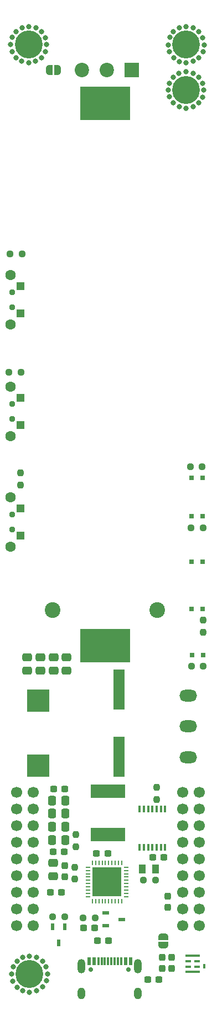
<source format=gts>
%TF.GenerationSoftware,KiCad,Pcbnew,7.0.8*%
%TF.CreationDate,2023-11-02T15:01:12+01:00*%
%TF.ProjectId,led-tube,6c65642d-7475-4626-952e-6b696361645f,rev?*%
%TF.SameCoordinates,Original*%
%TF.FileFunction,Soldermask,Top*%
%TF.FilePolarity,Negative*%
%FSLAX46Y46*%
G04 Gerber Fmt 4.6, Leading zero omitted, Abs format (unit mm)*
G04 Created by KiCad (PCBNEW 7.0.8) date 2023-11-02 15:01:12*
%MOMM*%
%LPD*%
G01*
G04 APERTURE LIST*
G04 Aperture macros list*
%AMRoundRect*
0 Rectangle with rounded corners*
0 $1 Rounding radius*
0 $2 $3 $4 $5 $6 $7 $8 $9 X,Y pos of 4 corners*
0 Add a 4 corners polygon primitive as box body*
4,1,4,$2,$3,$4,$5,$6,$7,$8,$9,$2,$3,0*
0 Add four circle primitives for the rounded corners*
1,1,$1+$1,$2,$3*
1,1,$1+$1,$4,$5*
1,1,$1+$1,$6,$7*
1,1,$1+$1,$8,$9*
0 Add four rect primitives between the rounded corners*
20,1,$1+$1,$2,$3,$4,$5,0*
20,1,$1+$1,$4,$5,$6,$7,0*
20,1,$1+$1,$6,$7,$8,$9,0*
20,1,$1+$1,$8,$9,$2,$3,0*%
%AMFreePoly0*
4,1,19,0.500000,-0.750000,0.000000,-0.750000,0.000000,-0.744911,-0.071157,-0.744911,-0.207708,-0.704816,-0.327430,-0.627875,-0.420627,-0.520320,-0.479746,-0.390866,-0.500000,-0.250000,-0.500000,0.250000,-0.479746,0.390866,-0.420627,0.520320,-0.327430,0.627875,-0.207708,0.704816,-0.071157,0.744911,0.000000,0.744911,0.000000,0.750000,0.500000,0.750000,0.500000,-0.750000,0.500000,-0.750000,
$1*%
%AMFreePoly1*
4,1,19,0.000000,0.744911,0.071157,0.744911,0.207708,0.704816,0.327430,0.627875,0.420627,0.520320,0.479746,0.390866,0.500000,0.250000,0.500000,-0.250000,0.479746,-0.390866,0.420627,-0.520320,0.327430,-0.627875,0.207708,-0.704816,0.071157,-0.744911,0.000000,-0.744911,0.000000,-0.750000,-0.500000,-0.750000,-0.500000,0.750000,0.000000,0.750000,0.000000,0.744911,0.000000,0.744911,
$1*%
G04 Aperture macros list end*
%ADD10RoundRect,0.237500X-0.300000X-0.237500X0.300000X-0.237500X0.300000X0.237500X-0.300000X0.237500X0*%
%ADD11RoundRect,0.237500X0.250000X0.237500X-0.250000X0.237500X-0.250000X-0.237500X0.250000X-0.237500X0*%
%ADD12RoundRect,0.237500X0.237500X-0.250000X0.237500X0.250000X-0.237500X0.250000X-0.237500X-0.250000X0*%
%ADD13RoundRect,0.250000X0.475000X-0.337500X0.475000X0.337500X-0.475000X0.337500X-0.475000X-0.337500X0*%
%ADD14RoundRect,0.237500X-0.250000X-0.237500X0.250000X-0.237500X0.250000X0.237500X-0.250000X0.237500X0*%
%ADD15RoundRect,0.250000X0.337500X0.475000X-0.337500X0.475000X-0.337500X-0.475000X0.337500X-0.475000X0*%
%ADD16C,0.950000*%
%ADD17R,1.200000X1.200000*%
%ADD18C,1.600000*%
%ADD19RoundRect,0.237500X0.237500X-0.300000X0.237500X0.300000X-0.237500X0.300000X-0.237500X-0.300000X0*%
%ADD20R,1.130000X1.380000*%
%ADD21O,2.700000X1.800000*%
%ADD22FreePoly0,270.000000*%
%ADD23FreePoly1,270.000000*%
%ADD24R,0.950000X0.400000*%
%ADD25R,2.300000X0.350000*%
%ADD26R,0.350000X0.650000*%
%ADD27C,4.249987*%
%ADD28C,0.800000*%
%ADD29R,2.200000X2.200000*%
%ADD30C,2.200000*%
%ADD31R,1.750000X6.200000*%
%ADD32R,0.800000X0.800000*%
%ADD33C,2.400000*%
%ADD34R,7.620000X5.080000*%
%ADD35R,5.300000X2.000000*%
%ADD36C,0.700025*%
%ADD37R,0.600000X1.300000*%
%ADD38R,0.300000X1.300000*%
%ADD39O,1.200000X2.200000*%
%ADD40O,1.200000X1.800000*%
%ADD41R,0.304801X0.990602*%
%ADD42R,0.600000X1.070000*%
%ADD43RoundRect,0.237500X-0.237500X0.250000X-0.237500X-0.250000X0.237500X-0.250000X0.237500X0.250000X0*%
%ADD44RoundRect,0.237500X0.300000X0.237500X-0.300000X0.237500X-0.300000X-0.237500X0.300000X-0.237500X0*%
%ADD45C,1.700000*%
%ADD46R,0.660000X0.280000*%
%ADD47R,0.280000X0.660000*%
%ADD48R,4.420000X4.420000*%
%ADD49R,3.500000X3.500000*%
%ADD50R,1.070000X0.600000*%
%ADD51FreePoly0,180.000000*%
%ADD52FreePoly1,180.000000*%
G04 APERTURE END LIST*
D10*
%TO.C,C2*%
X622887487Y-527925070D03*
X624612487Y-527925070D03*
%TD*%
D11*
%TO.C,R9*%
X602912500Y-436000000D03*
X601087500Y-436000000D03*
%TD*%
D12*
%TO.C,R15*%
X602700000Y-471212500D03*
X602700000Y-469387500D03*
%TD*%
D13*
%TO.C,C17*%
X609700000Y-499537500D03*
X609700000Y-497462500D03*
%TD*%
D14*
%TO.C,R8*%
X628787500Y-498800000D03*
X630612500Y-498800000D03*
%TD*%
D15*
%TO.C,C8*%
X609537500Y-525300000D03*
X607462500Y-525300000D03*
%TD*%
D13*
%TO.C,C19*%
X605700000Y-499537500D03*
X605700000Y-497462500D03*
%TD*%
D16*
%TO.C,SW2*%
X601400000Y-461150000D03*
X601400000Y-458850000D03*
D17*
X602700000Y-457900000D03*
X602700000Y-462100000D03*
D18*
X601100000Y-463750000D03*
X601100000Y-456250000D03*
%TD*%
D19*
%TO.C,C15*%
X624300000Y-544885000D03*
X624300000Y-543160000D03*
%TD*%
D20*
%TO.C,RT1*%
X621300000Y-529700000D03*
X623300000Y-529700000D03*
%TD*%
D13*
%TO.C,C18*%
X607700000Y-499537500D03*
X607700000Y-497462500D03*
%TD*%
D16*
%TO.C,SW1*%
X601400000Y-444150000D03*
X601400000Y-441850000D03*
D17*
X602700000Y-440900000D03*
X602700000Y-445100000D03*
D18*
X601100000Y-446750000D03*
X601100000Y-439250000D03*
%TD*%
D14*
%TO.C,R7*%
X628611198Y-468400000D03*
X630436198Y-468400000D03*
%TD*%
D21*
%TO.C,SW4*%
X628300000Y-512700000D03*
X628300000Y-508000000D03*
X628300000Y-503300000D03*
%TD*%
D10*
%TO.C,C3*%
X607237500Y-533300000D03*
X608962500Y-533300000D03*
%TD*%
%TO.C,C51*%
X622137500Y-546600000D03*
X623862500Y-546600000D03*
%TD*%
D22*
%TO.C,JP1*%
X624500000Y-540050000D03*
D23*
X624500000Y-541350000D03*
%TD*%
D24*
%TO.C,MIC1*%
X628340000Y-544600000D03*
X629700000Y-544600000D03*
X629700000Y-543760000D03*
X628340000Y-543760000D03*
D25*
X629020000Y-542950000D03*
X629020000Y-545410000D03*
D26*
X630740000Y-544505000D03*
%TD*%
D27*
%TO.C,U11*%
X604052540Y-545733230D03*
D28*
X604050000Y-548486400D03*
X603008600Y-548283200D03*
X605091400Y-548257800D03*
X602145000Y-547724400D03*
X606005800Y-547699000D03*
X601510000Y-546835400D03*
X606615400Y-546784600D03*
X601281400Y-545743200D03*
X606818600Y-545743200D03*
X606590000Y-544651000D03*
X601535400Y-544600200D03*
X602119600Y-543762000D03*
X606005800Y-543762000D03*
X603034000Y-543177800D03*
X605142200Y-543177800D03*
X604050000Y-543000000D03*
%TD*%
D27*
%TO.C,U10*%
X627978770Y-411017140D03*
D28*
X625225600Y-411014600D03*
X625428800Y-409973200D03*
X625454200Y-412056000D03*
X625987600Y-409109600D03*
X626013000Y-412970400D03*
X626876600Y-408474600D03*
X626927400Y-413580000D03*
X627968800Y-408246000D03*
X627968800Y-413783200D03*
X629061000Y-413554600D03*
X629111800Y-408500000D03*
X629950000Y-409084200D03*
X629950000Y-412970400D03*
X630534200Y-409998600D03*
X630534200Y-412106800D03*
X630712000Y-411014600D03*
%TD*%
D11*
%TO.C,R2*%
X614062500Y-537200000D03*
X612237500Y-537200000D03*
%TD*%
D15*
%TO.C,C10*%
X609537500Y-523300000D03*
X607462500Y-523300000D03*
%TD*%
D12*
%TO.C,R5*%
X611150000Y-526312500D03*
X611150000Y-524487500D03*
%TD*%
D19*
%TO.C,C6*%
X609422500Y-530912500D03*
X609422500Y-529187500D03*
%TD*%
D27*
%TO.C,U15*%
X603910340Y-404108230D03*
D28*
X603907800Y-406861400D03*
X602866400Y-406658200D03*
X604949200Y-406632800D03*
X602002800Y-406099400D03*
X605863600Y-406074000D03*
X601367800Y-405210400D03*
X606473200Y-405159600D03*
X601139200Y-404118200D03*
X606676400Y-404118200D03*
X606447800Y-403026000D03*
X601393200Y-402975200D03*
X601977400Y-402137000D03*
X605863600Y-402137000D03*
X602891800Y-401552800D03*
X605000000Y-401552800D03*
X603907800Y-401375000D03*
%TD*%
D16*
%TO.C,SW3*%
X601400000Y-478000000D03*
X601400000Y-475700000D03*
D17*
X602700000Y-474750000D03*
X602700000Y-478950000D03*
D18*
X601100000Y-480600000D03*
X601100000Y-473100000D03*
%TD*%
D12*
%TO.C,R6*%
X630600000Y-493625000D03*
X630600000Y-491800000D03*
%TD*%
D29*
%TO.C,P1*%
X619720000Y-408000000D03*
D30*
X615910000Y-408000000D03*
X612100000Y-408000000D03*
%TD*%
D11*
%TO.C,R4*%
X623312500Y-531400000D03*
X621487500Y-531400000D03*
%TD*%
D31*
%TO.C,C63*%
X617700000Y-512650000D03*
X617700000Y-502350000D03*
%TD*%
D14*
%TO.C,R10*%
X607587500Y-537000000D03*
X609412500Y-537000000D03*
%TD*%
D32*
%TO.C,U4*%
X628847396Y-476000000D03*
X630549200Y-476000000D03*
%TD*%
D15*
%TO.C,C12*%
X609537500Y-519300000D03*
X607462500Y-519300000D03*
%TD*%
D13*
%TO.C,C20*%
X603700000Y-499537500D03*
X603700000Y-497462500D03*
%TD*%
D33*
%TO.C,BT1*%
X607600000Y-490240000D03*
D34*
X615600000Y-413090000D03*
X615600000Y-495710000D03*
%TD*%
D32*
%TO.C,U9*%
X630500000Y-470100000D03*
X628798196Y-470100000D03*
%TD*%
D35*
%TO.C,F1*%
X616000000Y-517900000D03*
X616000000Y-524500000D03*
%TD*%
D36*
%TO.C,U2*%
X613429941Y-545050127D03*
X619209977Y-545050127D03*
D37*
X613120061Y-543807556D03*
X613919908Y-543807556D03*
D38*
X615070023Y-543807556D03*
X616070023Y-543807556D03*
X616569895Y-543807556D03*
X617569895Y-543807556D03*
D37*
X619519857Y-543807556D03*
X618720010Y-543807556D03*
D38*
X618070023Y-543807556D03*
X617070023Y-543807556D03*
X615569895Y-543807556D03*
X614569895Y-543807556D03*
D39*
X611999918Y-544550000D03*
D40*
X611999918Y-548730086D03*
D39*
X620640000Y-544550000D03*
D40*
X620640000Y-548730086D03*
%TD*%
D41*
%TO.C,U6*%
X624799949Y-520600000D03*
X624149962Y-520600000D03*
X623499974Y-520600000D03*
X622849987Y-520600000D03*
X622200000Y-520600000D03*
X621550012Y-520600000D03*
X620900025Y-520600000D03*
X620900025Y-526450140D03*
X621550012Y-526450140D03*
X622200000Y-526450140D03*
X622849987Y-526450140D03*
X623499974Y-526450140D03*
X624149962Y-526450140D03*
X624799949Y-526450140D03*
%TD*%
D19*
%TO.C,C1*%
X625200000Y-535562500D03*
X625200000Y-533837500D03*
%TD*%
D15*
%TO.C,C11*%
X609537500Y-521300000D03*
X607462500Y-521300000D03*
%TD*%
D42*
%TO.C,Q1*%
X609450000Y-538520000D03*
X607550000Y-538520000D03*
X608500000Y-541000000D03*
%TD*%
D43*
%TO.C,R3*%
X610950000Y-529437500D03*
X610950000Y-531262500D03*
%TD*%
D19*
%TO.C,C16*%
X625800000Y-544885000D03*
X625800000Y-543160000D03*
%TD*%
D32*
%TO.C,U3*%
X628847396Y-490100000D03*
X630549200Y-490100000D03*
%TD*%
%TO.C,U8*%
X630600000Y-497100000D03*
X628898196Y-497100000D03*
%TD*%
D10*
%TO.C,C7*%
X607660000Y-527100000D03*
X609385000Y-527100000D03*
%TD*%
D44*
%TO.C,C13*%
X609462500Y-517500000D03*
X607737500Y-517500000D03*
%TD*%
D11*
%TO.C,R13*%
X630562500Y-477750000D03*
X628737500Y-477750000D03*
%TD*%
D14*
%TO.C,R14*%
X600887500Y-454000000D03*
X602712500Y-454000000D03*
%TD*%
D13*
%TO.C,C5*%
X607622500Y-530837500D03*
X607622500Y-528762500D03*
%TD*%
D44*
%TO.C,C52*%
X616162500Y-540650000D03*
X614437500Y-540650000D03*
%TD*%
D45*
%TO.C,U1*%
X602027300Y-518005700D03*
X602027300Y-520545700D03*
X602027300Y-523085700D03*
X602027300Y-525625700D03*
X602027300Y-528165700D03*
X602027300Y-530705700D03*
X602027300Y-533245700D03*
X602027300Y-535785700D03*
X602027300Y-538325700D03*
X604567300Y-518005700D03*
X604567300Y-520545700D03*
X604567300Y-523085700D03*
X604567300Y-525625700D03*
X604567300Y-528165700D03*
X604567300Y-530705700D03*
X604567300Y-533245700D03*
X604567300Y-535785700D03*
X604567300Y-538325700D03*
X627427300Y-518005700D03*
X627427300Y-520545700D03*
X627427300Y-523085700D03*
X627427300Y-525625700D03*
X627427300Y-528165700D03*
X627427300Y-530705700D03*
X627427300Y-533245700D03*
X627427300Y-535785700D03*
X627427300Y-538325700D03*
X629967300Y-518005700D03*
X629967300Y-520545700D03*
X629967300Y-523085700D03*
X629967300Y-525625700D03*
X629967300Y-528165700D03*
X629967300Y-530705700D03*
X629967300Y-533245700D03*
X629967300Y-535785700D03*
X629967300Y-538325700D03*
%TD*%
D27*
%TO.C,U14*%
X627996740Y-404118430D03*
D28*
X627994200Y-406871600D03*
X626952800Y-406668400D03*
X629035600Y-406643000D03*
X626089200Y-406109600D03*
X629950000Y-406084200D03*
X625454200Y-405220600D03*
X630559600Y-405169800D03*
X625225600Y-404128400D03*
X630762800Y-404128400D03*
X630534200Y-403036200D03*
X625479600Y-402985400D03*
X626063800Y-402147200D03*
X629950000Y-402147200D03*
X626978200Y-401563000D03*
X629086400Y-401563000D03*
X627994200Y-401385200D03*
%TD*%
D46*
%TO.C,U5*%
X618810000Y-533950000D03*
X618810000Y-533450000D03*
X618810000Y-532950000D03*
X618810000Y-532450000D03*
X618810000Y-531950000D03*
X618810000Y-531450000D03*
X618810000Y-530950000D03*
X618810000Y-530450000D03*
X618810000Y-529950000D03*
X618810000Y-529450000D03*
D47*
X618150000Y-528790000D03*
X617650000Y-528790000D03*
X617150000Y-528790000D03*
X616650000Y-528790000D03*
X616150000Y-528790000D03*
X615650000Y-528790000D03*
X615150000Y-528790000D03*
X614650000Y-528790000D03*
X614150000Y-528790000D03*
X613650000Y-528790000D03*
D46*
X612990000Y-529450000D03*
X612990000Y-529950000D03*
X612990000Y-530450000D03*
X612990000Y-530950000D03*
X612990000Y-531450000D03*
X612990000Y-531950000D03*
X612990000Y-532450000D03*
X612990000Y-532950000D03*
X612990000Y-533450000D03*
X612990000Y-533950000D03*
D47*
X613650000Y-534610000D03*
X614150000Y-534610000D03*
X614650000Y-534610000D03*
X615150000Y-534610000D03*
X615650000Y-534610000D03*
X616150000Y-534610000D03*
X616650000Y-534610000D03*
X617150000Y-534610000D03*
X617650000Y-534610000D03*
X618150000Y-534610000D03*
D48*
X615900000Y-531700000D03*
%TD*%
D10*
%TO.C,C4*%
X612287500Y-538700000D03*
X614012500Y-538700000D03*
%TD*%
D49*
%TO.C,L1*%
X605400000Y-513950000D03*
X605400000Y-504050000D03*
%TD*%
D50*
%TO.C,Q2*%
X615660000Y-536450000D03*
X615660000Y-538350000D03*
X618140000Y-537400000D03*
%TD*%
D32*
%TO.C,U7*%
X630500000Y-482900000D03*
X628798196Y-482900000D03*
%TD*%
D44*
%TO.C,C9*%
X616012500Y-527350000D03*
X614287500Y-527350000D03*
%TD*%
D43*
%TO.C,R1*%
X623500000Y-517287500D03*
X623500000Y-519112500D03*
%TD*%
D51*
%TO.C,JP2*%
X608350000Y-408000000D03*
D52*
X607050000Y-408000000D03*
%TD*%
D33*
%TO.C,BT2*%
X623600000Y-490230000D03*
%TD*%
M02*

</source>
